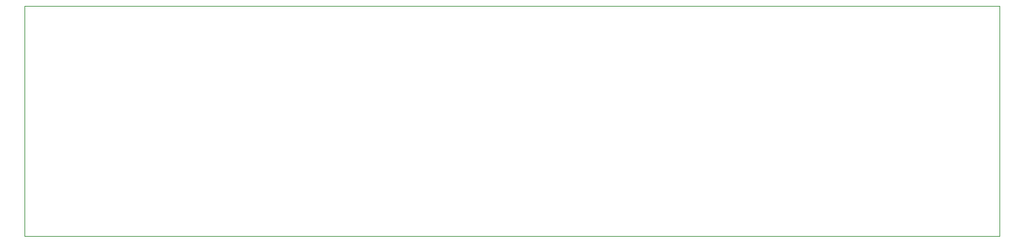
<source format=gbr>
%TF.GenerationSoftware,KiCad,Pcbnew,(5.1.9-0-10_14)*%
%TF.CreationDate,2021-04-21T20:43:37-04:00*%
%TF.ProjectId,RAM,52414d2e-6b69-4636-9164-5f7063625858,rev?*%
%TF.SameCoordinates,Original*%
%TF.FileFunction,Profile,NP*%
%FSLAX46Y46*%
G04 Gerber Fmt 4.6, Leading zero omitted, Abs format (unit mm)*
G04 Created by KiCad (PCBNEW (5.1.9-0-10_14)) date 2021-04-21 20:43:37*
%MOMM*%
%LPD*%
G01*
G04 APERTURE LIST*
%TA.AperFunction,Profile*%
%ADD10C,0.100000*%
%TD*%
G04 APERTURE END LIST*
D10*
X169113200Y-79095600D02*
X169113200Y-81483200D01*
X44500800Y-81483200D02*
X169113200Y-81483200D01*
X44500800Y-79095600D02*
X44500800Y-81483200D01*
X44500800Y-52070000D02*
X169113200Y-52070000D01*
X44500800Y-79095600D02*
X44500800Y-52070000D01*
X169113200Y-52070000D02*
X169113200Y-79095600D01*
M02*

</source>
